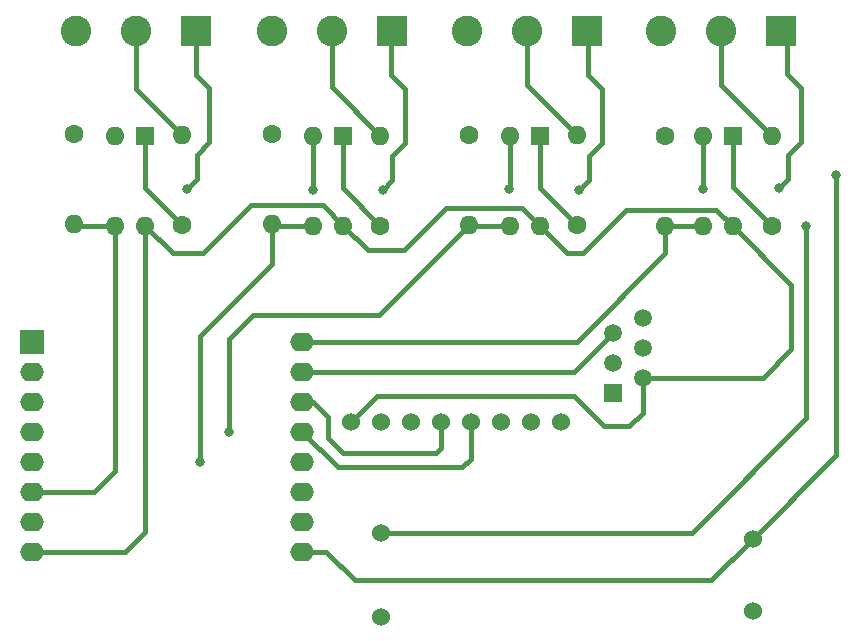
<source format=gbr>
%TF.GenerationSoftware,KiCad,Pcbnew,(6.0.7)*%
%TF.CreationDate,2023-01-06T17:08:48+01:00*%
%TF.ProjectId,s0 interface,73302069-6e74-4657-9266-6163652e6b69,rev?*%
%TF.SameCoordinates,Original*%
%TF.FileFunction,Copper,L1,Top*%
%TF.FilePolarity,Positive*%
%FSLAX46Y46*%
G04 Gerber Fmt 4.6, Leading zero omitted, Abs format (unit mm)*
G04 Created by KiCad (PCBNEW (6.0.7)) date 2023-01-06 17:08:48*
%MOMM*%
%LPD*%
G01*
G04 APERTURE LIST*
%TA.AperFunction,ComponentPad*%
%ADD10R,1.520000X1.520000*%
%TD*%
%TA.AperFunction,ComponentPad*%
%ADD11C,1.520000*%
%TD*%
%TA.AperFunction,ComponentPad*%
%ADD12R,2.600000X2.600000*%
%TD*%
%TA.AperFunction,ComponentPad*%
%ADD13C,2.600000*%
%TD*%
%TA.AperFunction,ComponentPad*%
%ADD14O,1.600000X1.600000*%
%TD*%
%TA.AperFunction,ComponentPad*%
%ADD15C,1.600000*%
%TD*%
%TA.AperFunction,ComponentPad*%
%ADD16R,1.600000X1.600000*%
%TD*%
%TA.AperFunction,ComponentPad*%
%ADD17C,1.524000*%
%TD*%
%TA.AperFunction,ComponentPad*%
%ADD18R,2.000000X2.000000*%
%TD*%
%TA.AperFunction,ComponentPad*%
%ADD19O,2.000000X1.600000*%
%TD*%
%TA.AperFunction,ViaPad*%
%ADD20C,0.800000*%
%TD*%
%TA.AperFunction,Conductor*%
%ADD21C,0.400000*%
%TD*%
G04 APERTURE END LIST*
D10*
%TO.P,P1,1*%
%TO.N,unconnected-(P1-Pad1)*%
X206225000Y-81280000D03*
D11*
%TO.P,P1,2*%
%TO.N,+3.3V*%
X208765000Y-80010000D03*
%TO.P,P1,3*%
%TO.N,GND*%
X206225000Y-78740000D03*
%TO.P,P1,4*%
%TO.N,unconnected-(P1-Pad4)*%
X208765000Y-77470000D03*
%TO.P,P1,5*%
%TO.N,Net-(IC1-Pad15)*%
X206225000Y-76200000D03*
%TO.P,P1,6*%
%TO.N,unconnected-(P1-Pad6)*%
X208765000Y-74930000D03*
%TD*%
D12*
%TO.P,S0-4,1,Pin_1*%
%TO.N,Net-(JP4-Pad2)*%
X220477000Y-50627000D03*
D13*
%TO.P,S0-4,2,Pin_2*%
%TO.N,Net-(R8-Pad2)*%
X215397000Y-50627000D03*
%TO.P,S0-4,3,Pin_3*%
%TO.N,GND*%
X210317000Y-50627000D03*
%TD*%
D14*
%TO.P,R8,2*%
%TO.N,Net-(R8-Pad2)*%
X219705000Y-59563000D03*
D15*
%TO.P,R8,1*%
%TO.N,Net-(IC7-Pad1)*%
X219705000Y-67183000D03*
%TD*%
D14*
%TO.P,R4,2*%
%TO.N,Net-(IC1-Pad16)*%
X210688000Y-67183000D03*
D15*
%TO.P,R4,1*%
%TO.N,GND*%
X210688000Y-59563000D03*
%TD*%
D16*
%TO.P,IC7,1*%
%TO.N,Net-(IC7-Pad1)*%
X216408000Y-59573000D03*
D14*
%TO.P,IC7,2*%
%TO.N,GND*%
X213868000Y-59573000D03*
%TO.P,IC7,3*%
%TO.N,Net-(IC1-Pad16)*%
X213868000Y-67193000D03*
%TO.P,IC7,4*%
%TO.N,+3.3V*%
X216408000Y-67193000D03*
%TD*%
%TO.P,IC6,4*%
%TO.N,+3.3V*%
X166629000Y-67114500D03*
%TO.P,IC6,3*%
%TO.N,Net-(IC1-Pad6)*%
X164089000Y-67114500D03*
%TO.P,IC6,2*%
%TO.N,GND*%
X164089000Y-59494500D03*
D16*
%TO.P,IC6,1*%
%TO.N,Net-(IC6-Pad1)*%
X166629000Y-59494500D03*
%TD*%
D13*
%TO.P,S0-3,3,Pin_3*%
%TO.N,GND*%
X193903600Y-50673000D03*
%TO.P,S0-3,2,Pin_2*%
%TO.N,Net-(R7-Pad2)*%
X198983600Y-50673000D03*
D12*
%TO.P,S0-3,1,Pin_1*%
%TO.N,Net-(JP3-Pad2)*%
X204063600Y-50673000D03*
%TD*%
D13*
%TO.P,S0-2,3,Pin_3*%
%TO.N,GND*%
X177393600Y-50673000D03*
%TO.P,S0-2,2,Pin_2*%
%TO.N,Net-(R6-Pad2)*%
X182473600Y-50673000D03*
D12*
%TO.P,S0-2,1,Pin_1*%
%TO.N,Net-(JP2-Pad2)*%
X187553600Y-50673000D03*
%TD*%
D17*
%TO.P,IC2,1,Pin_1*%
%TO.N,+3.3V*%
X184055000Y-83725000D03*
%TO.P,IC2,2,Pin_2*%
%TO.N,GND*%
X186595000Y-83725000D03*
%TO.P,IC2,3,Pin_3*%
%TO.N,unconnected-(IC2-Pad3)*%
X189135000Y-83725000D03*
%TO.P,IC2,4,Pin_4*%
%TO.N,Net-(IC1-Pad14)*%
X191675000Y-83725000D03*
%TO.P,IC2,5,Pin_5*%
%TO.N,Net-(IC1-Pad13)*%
X194215000Y-83725000D03*
%TO.P,IC2,6,Pin_6*%
%TO.N,unconnected-(IC2-Pad6)*%
X196755000Y-83725000D03*
%TO.P,IC2,7,Pin_7*%
%TO.N,unconnected-(IC2-Pad7)*%
X199295000Y-83725000D03*
%TO.P,IC2,8,Pin_8*%
%TO.N,unconnected-(IC2-Pad8)*%
X201835000Y-83725000D03*
%TD*%
D14*
%TO.P,R5,2*%
%TO.N,Net-(R5-Pad2)*%
X169799000Y-59436000D03*
D15*
%TO.P,R5,1*%
%TO.N,Net-(IC6-Pad1)*%
X169799000Y-67056000D03*
%TD*%
%TO.P,R7,1*%
%TO.N,Net-(IC4-Pad1)*%
X203225400Y-67096400D03*
D14*
%TO.P,R7,2*%
%TO.N,Net-(R7-Pad2)*%
X203225400Y-59476400D03*
%TD*%
D16*
%TO.P,IC5,1*%
%TO.N,Net-(IC5-Pad1)*%
X183393000Y-59509500D03*
D14*
%TO.P,IC5,2*%
%TO.N,GND*%
X180853000Y-59509500D03*
%TO.P,IC5,3*%
%TO.N,Net-(IC1-Pad5)*%
X180853000Y-67129500D03*
%TO.P,IC5,4*%
%TO.N,+3.3V*%
X183393000Y-67129500D03*
%TD*%
D17*
%TO.P,DC1,4,Pin_4*%
%TO.N,VCC*%
X186595000Y-93123000D03*
%TO.P,DC1,3,Pin_3*%
%TO.N,GND*%
X186595000Y-100235000D03*
%TO.P,DC1,2,Pin_2*%
%TO.N,+5V*%
X218091000Y-93631000D03*
%TO.P,DC1,1,Pin_1*%
%TO.N,GND*%
X218091000Y-99727000D03*
%TD*%
D16*
%TO.P,IC4,1*%
%TO.N,Net-(IC4-Pad1)*%
X200055400Y-59558000D03*
D14*
%TO.P,IC4,2*%
%TO.N,GND*%
X197515400Y-59558000D03*
%TO.P,IC4,3*%
%TO.N,Net-(IC1-Pad4)*%
X197515400Y-67178000D03*
%TO.P,IC4,4*%
%TO.N,+3.3V*%
X200055400Y-67178000D03*
%TD*%
D15*
%TO.P,R6,1*%
%TO.N,Net-(IC5-Pad1)*%
X186563000Y-67119500D03*
D14*
%TO.P,R6,2*%
%TO.N,Net-(R6-Pad2)*%
X186563000Y-59499500D03*
%TD*%
%TO.P,R1,2*%
%TO.N,Net-(IC1-Pad6)*%
X160655000Y-67007500D03*
D15*
%TO.P,R1,1*%
%TO.N,GND*%
X160655000Y-59387500D03*
%TD*%
%TO.P,R3,1*%
%TO.N,GND*%
X194056000Y-59451000D03*
D14*
%TO.P,R3,2*%
%TO.N,Net-(IC1-Pad4)*%
X194056000Y-67071000D03*
%TD*%
D15*
%TO.P,R2,1*%
%TO.N,GND*%
X177419000Y-59372500D03*
D14*
%TO.P,R2,2*%
%TO.N,Net-(IC1-Pad5)*%
X177419000Y-66992500D03*
%TD*%
D18*
%TO.P,IC1,1,~{RST}*%
%TO.N,unconnected-(IC1-Pad1)*%
X157099000Y-76962000D03*
D19*
%TO.P,IC1,2,A0*%
%TO.N,unconnected-(IC1-Pad2)*%
X157099000Y-79502000D03*
%TO.P,IC1,3,D0*%
%TO.N,unconnected-(IC1-Pad3)*%
X157099000Y-82042000D03*
%TO.P,IC1,4,SCK/D5*%
%TO.N,Net-(IC1-Pad4)*%
X157099000Y-84582000D03*
%TO.P,IC1,5,MISO/D6*%
%TO.N,Net-(IC1-Pad5)*%
X157099000Y-87122000D03*
%TO.P,IC1,6,MOSI/D7*%
%TO.N,Net-(IC1-Pad6)*%
X157099000Y-89662000D03*
%TO.P,IC1,7,CS/D8*%
%TO.N,unconnected-(IC1-Pad7)*%
X157099000Y-92202000D03*
%TO.P,IC1,8,3V3*%
%TO.N,+3.3V*%
X157099000Y-94742000D03*
%TO.P,IC1,9,5V*%
%TO.N,+5V*%
X179959000Y-94742000D03*
%TO.P,IC1,10,GND*%
%TO.N,GND*%
X179959000Y-92202000D03*
%TO.P,IC1,11,D4*%
%TO.N,unconnected-(IC1-Pad11)*%
X179959000Y-89662000D03*
%TO.P,IC1,12,D3*%
%TO.N,unconnected-(IC1-Pad12)*%
X179959000Y-87122000D03*
%TO.P,IC1,13,SDA/D2*%
%TO.N,Net-(IC1-Pad13)*%
X179959000Y-84582000D03*
%TO.P,IC1,14,SCL/D1*%
%TO.N,Net-(IC1-Pad14)*%
X179959000Y-82042000D03*
%TO.P,IC1,15,RX*%
%TO.N,Net-(IC1-Pad15)*%
X179959000Y-79502000D03*
%TO.P,IC1,16,TX*%
%TO.N,Net-(IC1-Pad16)*%
X179959000Y-76962000D03*
%TD*%
D13*
%TO.P,S0-1,3,Pin_3*%
%TO.N,GND*%
X160756600Y-50673000D03*
%TO.P,S0-1,2,Pin_2*%
%TO.N,Net-(R5-Pad2)*%
X165836600Y-50673000D03*
D12*
%TO.P,S0-1,1,Pin_1*%
%TO.N,Net-(JP1-Pad2)*%
X170916600Y-50673000D03*
%TD*%
D20*
%TO.N,GND*%
X213868000Y-64008000D03*
X197485000Y-64008000D03*
X180848000Y-64135000D03*
%TO.N,VCC*%
X222631000Y-67183000D03*
%TO.N,+5V*%
X225171000Y-62865000D03*
%TO.N,Net-(IC1-Pad5)*%
X171323000Y-87122000D03*
%TO.N,Net-(IC1-Pad4)*%
X173736000Y-84582000D03*
%TO.N,Net-(JP4-Pad2)*%
X220345000Y-63959500D03*
%TO.N,Net-(JP3-Pad2)*%
X203405500Y-64086500D03*
%TO.N,Net-(JP2-Pad2)*%
X186768500Y-64086500D03*
%TO.N,Net-(JP1-Pad2)*%
X170180000Y-64008000D03*
%TD*%
D21*
%TO.N,GND*%
X213868000Y-59573000D02*
X213868000Y-64008000D01*
X197515400Y-63977600D02*
X197485000Y-64008000D01*
X197515400Y-59558000D02*
X197515400Y-63977600D01*
X180853000Y-64130000D02*
X180848000Y-64135000D01*
X180853000Y-59509500D02*
X180853000Y-64130000D01*
%TO.N,+5V*%
X184404000Y-97155000D02*
X214567000Y-97155000D01*
X214567000Y-97155000D02*
X218091000Y-93631000D01*
X181991000Y-94742000D02*
X184404000Y-97155000D01*
X179959000Y-94742000D02*
X181991000Y-94742000D01*
%TO.N,VCC*%
X222631000Y-83439000D02*
X222631000Y-67183000D01*
X212947000Y-93123000D02*
X222631000Y-83439000D01*
X202787000Y-93123000D02*
X212947000Y-93123000D01*
X186595000Y-93123000D02*
X202787000Y-93123000D01*
%TO.N,Net-(R8-Pad2)*%
X215397000Y-55255000D02*
X219705000Y-59563000D01*
X215397000Y-50627000D02*
X215397000Y-55255000D01*
%TO.N,+5V*%
X225171000Y-86551000D02*
X225171000Y-62865000D01*
X224917000Y-86805000D02*
X225171000Y-86551000D01*
X218091000Y-93631000D02*
X224727000Y-86995000D01*
X224727000Y-86995000D02*
X224917000Y-86805000D01*
%TO.N,+3.3V*%
X221361000Y-72146000D02*
X216408000Y-67193000D01*
X221361000Y-77597000D02*
X221361000Y-72146000D01*
X218948000Y-80010000D02*
X221361000Y-77597000D01*
X208765000Y-80010000D02*
X218948000Y-80010000D01*
%TO.N,Net-(IC1-Pad16)*%
X203200000Y-76962000D02*
X179959000Y-76962000D01*
X210688000Y-69474000D02*
X203200000Y-76962000D01*
X210688000Y-67183000D02*
X210688000Y-69474000D01*
X210698000Y-67193000D02*
X210688000Y-67183000D01*
X213868000Y-67193000D02*
X210698000Y-67193000D01*
%TO.N,+3.3V*%
X216408000Y-67193000D02*
X215001000Y-65786000D01*
X213868000Y-65786000D02*
X207391000Y-65786000D01*
X215001000Y-65786000D02*
X213868000Y-65786000D01*
%TO.N,Net-(IC7-Pad1)*%
X216408000Y-63886000D02*
X219705000Y-67183000D01*
X216408000Y-59573000D02*
X216408000Y-63886000D01*
%TO.N,Net-(IC1-Pad5)*%
X171323000Y-76454000D02*
X171323000Y-87122000D01*
X172212000Y-75565000D02*
X171323000Y-76454000D01*
X177419000Y-70358000D02*
X172212000Y-75565000D01*
X177419000Y-69850000D02*
X177419000Y-70358000D01*
X177419000Y-69596000D02*
X177419000Y-69850000D01*
X177419000Y-66992500D02*
X177419000Y-69596000D01*
%TO.N,Net-(IC1-Pad4)*%
X173736000Y-76708000D02*
X173736000Y-84582000D01*
X186451000Y-74676000D02*
X175768000Y-74676000D01*
X175768000Y-74676000D02*
X174752000Y-75692000D01*
X174752000Y-75692000D02*
X173736000Y-76708000D01*
X194056000Y-67071000D02*
X186451000Y-74676000D01*
X194163000Y-67178000D02*
X194056000Y-67071000D01*
X197515400Y-67178000D02*
X194163000Y-67178000D01*
%TO.N,Net-(IC1-Pad5)*%
X177556000Y-67129500D02*
X177419000Y-66992500D01*
X180853000Y-67129500D02*
X177556000Y-67129500D01*
%TO.N,Net-(IC1-Pad6)*%
X160762000Y-67114500D02*
X160655000Y-67007500D01*
X164089000Y-67114500D02*
X160762000Y-67114500D01*
X162306000Y-89662000D02*
X159258000Y-89662000D01*
X164089000Y-67114500D02*
X164089000Y-87879000D01*
X164089000Y-87879000D02*
X162306000Y-89662000D01*
X159258000Y-89662000D02*
X157099000Y-89662000D01*
%TO.N,+3.3V*%
X166629000Y-93086000D02*
X166629000Y-67114500D01*
X157099000Y-94742000D02*
X164973000Y-94742000D01*
X164973000Y-94742000D02*
X166629000Y-93086000D01*
X171577000Y-69469000D02*
X168983500Y-69469000D01*
X168983500Y-69469000D02*
X166629000Y-67114500D01*
X175641000Y-65405000D02*
X171577000Y-69469000D01*
X181668500Y-65405000D02*
X175641000Y-65405000D01*
X183393000Y-67129500D02*
X181668500Y-65405000D01*
X188595000Y-69215000D02*
X185478500Y-69215000D01*
X192151000Y-65659000D02*
X188595000Y-69215000D01*
X185478500Y-69215000D02*
X183393000Y-67129500D01*
X200055400Y-67178000D02*
X198536400Y-65659000D01*
X198536400Y-65659000D02*
X192151000Y-65659000D01*
X202346400Y-69469000D02*
X200055400Y-67178000D01*
X207391000Y-65786000D02*
X203708000Y-69469000D01*
X203708000Y-69469000D02*
X202346400Y-69469000D01*
%TO.N,Net-(JP4-Pad2)*%
X222201500Y-55450500D02*
X221033100Y-54282100D01*
X220296500Y-63959500D02*
X221115500Y-63140500D01*
X221115500Y-63140500D02*
X221115500Y-61108500D01*
X222201500Y-60022500D02*
X222201500Y-55450500D01*
X221033100Y-54282100D02*
X221033100Y-50624500D01*
X221115500Y-61108500D02*
X222201500Y-60022500D01*
%TO.N,Net-(JP3-Pad2)*%
X205310500Y-55577500D02*
X204142100Y-54409100D01*
X203405500Y-64086500D02*
X204224500Y-63267500D01*
X204224500Y-63267500D02*
X204224500Y-61235500D01*
X205310500Y-60149500D02*
X205310500Y-55577500D01*
X204142100Y-54409100D02*
X204142100Y-50751500D01*
X204224500Y-61235500D02*
X205310500Y-60149500D01*
%TO.N,Net-(JP2-Pad2)*%
X188673500Y-55577500D02*
X187505100Y-54409100D01*
X186768500Y-64086500D02*
X187587500Y-63267500D01*
X187587500Y-63267500D02*
X187587500Y-61235500D01*
X188673500Y-60149500D02*
X188673500Y-55577500D01*
X187505100Y-54409100D02*
X187505100Y-50751500D01*
X187587500Y-61235500D02*
X188673500Y-60149500D01*
%TO.N,Net-(JP1-Pad2)*%
X170916600Y-54330600D02*
X170916600Y-50673000D01*
X172085000Y-55499000D02*
X170916600Y-54330600D01*
X172085000Y-60071000D02*
X172085000Y-55499000D01*
X170999000Y-61157000D02*
X172085000Y-60071000D01*
X170999000Y-63189000D02*
X170999000Y-61157000D01*
X170180000Y-64008000D02*
X170999000Y-63189000D01*
%TO.N,Net-(R5-Pad2)*%
X165836600Y-55522100D02*
X169799000Y-59484500D01*
X165836600Y-50673000D02*
X165836600Y-55522100D01*
%TO.N,Net-(R6-Pad2)*%
X182473600Y-55410100D02*
X186563000Y-59499500D01*
X182473600Y-50673000D02*
X182473600Y-55410100D01*
%TO.N,Net-(R7-Pad2)*%
X198983600Y-55234600D02*
X203225400Y-59476400D01*
X198983600Y-50673000D02*
X198983600Y-55234600D01*
%TO.N,Net-(IC4-Pad1)*%
X200055400Y-59558000D02*
X200055400Y-63926400D01*
X200055400Y-63926400D02*
X203225400Y-67096400D01*
%TO.N,Net-(IC5-Pad1)*%
X183393000Y-63949500D02*
X186563000Y-67119500D01*
X183393000Y-59509500D02*
X183393000Y-63949500D01*
%TO.N,Net-(IC6-Pad1)*%
X166629000Y-63934500D02*
X169799000Y-67104500D01*
X166629000Y-59494500D02*
X166629000Y-63934500D01*
%TO.N,Net-(IC1-Pad13)*%
X194214000Y-86900000D02*
X193516000Y-87598000D01*
X194215000Y-86900000D02*
X194214000Y-86900000D01*
X193516000Y-87598000D02*
X182975000Y-87598000D01*
X194215000Y-83725000D02*
X194215000Y-86900000D01*
%TO.N,Net-(IC1-Pad14)*%
X191262000Y-86360000D02*
X191675000Y-85947000D01*
X183388000Y-86360000D02*
X191262000Y-86360000D01*
X180848000Y-82042000D02*
X182118000Y-83312000D01*
X182118000Y-85090000D02*
X183388000Y-86360000D01*
X179959000Y-82042000D02*
X180848000Y-82042000D01*
X182118000Y-83312000D02*
X182118000Y-85090000D01*
X191675000Y-85947000D02*
X191675000Y-83725000D01*
%TO.N,Net-(IC1-Pad13)*%
X182975000Y-87598000D02*
X179959000Y-84582000D01*
%TO.N,+3.3V*%
X207645000Y-84074000D02*
X208765000Y-82954000D01*
X205486000Y-84074000D02*
X207645000Y-84074000D01*
X186246000Y-81534000D02*
X202946000Y-81534000D01*
X184055000Y-83725000D02*
X186246000Y-81534000D01*
X202946000Y-81534000D02*
X205486000Y-84074000D01*
X208765000Y-82954000D02*
X208765000Y-80010000D01*
%TO.N,Net-(IC1-Pad15)*%
X202923000Y-79502000D02*
X179959000Y-79502000D01*
X206225000Y-76200000D02*
X202923000Y-79502000D01*
%TD*%
M02*

</source>
